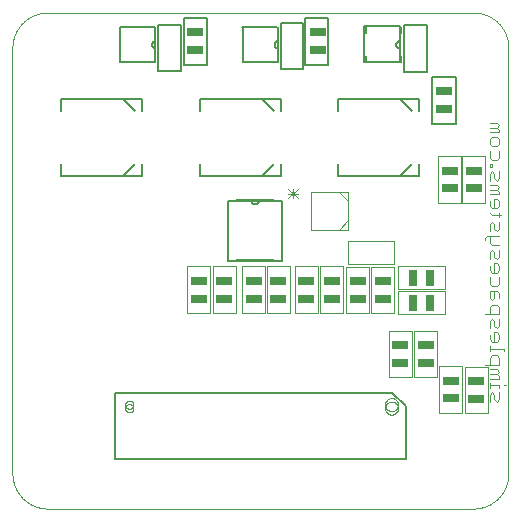
<source format=gbo>
G75*
%MOIN*%
%OFA0B0*%
%FSLAX25Y25*%
%IPPOS*%
%LPD*%
%AMOC8*
5,1,8,0,0,1.08239X$1,22.5*
%
%ADD10C,0.00000*%
%ADD11C,0.00591*%
%ADD12C,0.00600*%
%ADD13C,0.00300*%
%ADD14C,0.00400*%
%ADD15R,0.05512X0.02559*%
%ADD16R,0.02559X0.05512*%
D10*
X0013311Y0018636D02*
X0155043Y0018636D01*
X0155328Y0018639D01*
X0155614Y0018650D01*
X0155899Y0018667D01*
X0156183Y0018691D01*
X0156467Y0018722D01*
X0156750Y0018760D01*
X0157031Y0018805D01*
X0157312Y0018856D01*
X0157592Y0018914D01*
X0157870Y0018979D01*
X0158146Y0019051D01*
X0158420Y0019129D01*
X0158693Y0019214D01*
X0158963Y0019306D01*
X0159231Y0019404D01*
X0159497Y0019508D01*
X0159760Y0019619D01*
X0160020Y0019736D01*
X0160278Y0019859D01*
X0160532Y0019989D01*
X0160783Y0020125D01*
X0161031Y0020266D01*
X0161275Y0020414D01*
X0161516Y0020567D01*
X0161752Y0020727D01*
X0161985Y0020892D01*
X0162214Y0021062D01*
X0162439Y0021238D01*
X0162659Y0021420D01*
X0162875Y0021606D01*
X0163086Y0021798D01*
X0163293Y0021995D01*
X0163495Y0022197D01*
X0163692Y0022404D01*
X0163884Y0022615D01*
X0164070Y0022831D01*
X0164252Y0023051D01*
X0164428Y0023276D01*
X0164598Y0023505D01*
X0164763Y0023738D01*
X0164923Y0023974D01*
X0165076Y0024215D01*
X0165224Y0024459D01*
X0165365Y0024707D01*
X0165501Y0024958D01*
X0165631Y0025212D01*
X0165754Y0025470D01*
X0165871Y0025730D01*
X0165982Y0025993D01*
X0166086Y0026259D01*
X0166184Y0026527D01*
X0166276Y0026797D01*
X0166361Y0027070D01*
X0166439Y0027344D01*
X0166511Y0027620D01*
X0166576Y0027898D01*
X0166634Y0028178D01*
X0166685Y0028459D01*
X0166730Y0028740D01*
X0166768Y0029023D01*
X0166799Y0029307D01*
X0166823Y0029591D01*
X0166840Y0029876D01*
X0166851Y0030162D01*
X0166854Y0030447D01*
X0166854Y0172179D01*
X0166851Y0172464D01*
X0166840Y0172750D01*
X0166823Y0173035D01*
X0166799Y0173319D01*
X0166768Y0173603D01*
X0166730Y0173886D01*
X0166685Y0174167D01*
X0166634Y0174448D01*
X0166576Y0174728D01*
X0166511Y0175006D01*
X0166439Y0175282D01*
X0166361Y0175556D01*
X0166276Y0175829D01*
X0166184Y0176099D01*
X0166086Y0176367D01*
X0165982Y0176633D01*
X0165871Y0176896D01*
X0165754Y0177156D01*
X0165631Y0177414D01*
X0165501Y0177668D01*
X0165365Y0177919D01*
X0165224Y0178167D01*
X0165076Y0178411D01*
X0164923Y0178652D01*
X0164763Y0178888D01*
X0164598Y0179121D01*
X0164428Y0179350D01*
X0164252Y0179575D01*
X0164070Y0179795D01*
X0163884Y0180011D01*
X0163692Y0180222D01*
X0163495Y0180429D01*
X0163293Y0180631D01*
X0163086Y0180828D01*
X0162875Y0181020D01*
X0162659Y0181206D01*
X0162439Y0181388D01*
X0162214Y0181564D01*
X0161985Y0181734D01*
X0161752Y0181899D01*
X0161516Y0182059D01*
X0161275Y0182212D01*
X0161031Y0182360D01*
X0160783Y0182501D01*
X0160532Y0182637D01*
X0160278Y0182767D01*
X0160020Y0182890D01*
X0159760Y0183007D01*
X0159497Y0183118D01*
X0159231Y0183222D01*
X0158963Y0183320D01*
X0158693Y0183412D01*
X0158420Y0183497D01*
X0158146Y0183575D01*
X0157870Y0183647D01*
X0157592Y0183712D01*
X0157312Y0183770D01*
X0157031Y0183821D01*
X0156750Y0183866D01*
X0156467Y0183904D01*
X0156183Y0183935D01*
X0155899Y0183959D01*
X0155614Y0183976D01*
X0155328Y0183987D01*
X0155043Y0183990D01*
X0013311Y0183990D01*
X0013026Y0183987D01*
X0012740Y0183976D01*
X0012455Y0183959D01*
X0012171Y0183935D01*
X0011887Y0183904D01*
X0011604Y0183866D01*
X0011323Y0183821D01*
X0011042Y0183770D01*
X0010762Y0183712D01*
X0010484Y0183647D01*
X0010208Y0183575D01*
X0009934Y0183497D01*
X0009661Y0183412D01*
X0009391Y0183320D01*
X0009123Y0183222D01*
X0008857Y0183118D01*
X0008594Y0183007D01*
X0008334Y0182890D01*
X0008076Y0182767D01*
X0007822Y0182637D01*
X0007571Y0182501D01*
X0007323Y0182360D01*
X0007079Y0182212D01*
X0006838Y0182059D01*
X0006602Y0181899D01*
X0006369Y0181734D01*
X0006140Y0181564D01*
X0005915Y0181388D01*
X0005695Y0181206D01*
X0005479Y0181020D01*
X0005268Y0180828D01*
X0005061Y0180631D01*
X0004859Y0180429D01*
X0004662Y0180222D01*
X0004470Y0180011D01*
X0004284Y0179795D01*
X0004102Y0179575D01*
X0003926Y0179350D01*
X0003756Y0179121D01*
X0003591Y0178888D01*
X0003431Y0178652D01*
X0003278Y0178411D01*
X0003130Y0178167D01*
X0002989Y0177919D01*
X0002853Y0177668D01*
X0002723Y0177414D01*
X0002600Y0177156D01*
X0002483Y0176896D01*
X0002372Y0176633D01*
X0002268Y0176367D01*
X0002170Y0176099D01*
X0002078Y0175829D01*
X0001993Y0175556D01*
X0001915Y0175282D01*
X0001843Y0175006D01*
X0001778Y0174728D01*
X0001720Y0174448D01*
X0001669Y0174167D01*
X0001624Y0173886D01*
X0001586Y0173603D01*
X0001555Y0173319D01*
X0001531Y0173035D01*
X0001514Y0172750D01*
X0001503Y0172464D01*
X0001500Y0172179D01*
X0001500Y0030447D01*
X0001503Y0030162D01*
X0001514Y0029876D01*
X0001531Y0029591D01*
X0001555Y0029307D01*
X0001586Y0029023D01*
X0001624Y0028740D01*
X0001669Y0028459D01*
X0001720Y0028178D01*
X0001778Y0027898D01*
X0001843Y0027620D01*
X0001915Y0027344D01*
X0001993Y0027070D01*
X0002078Y0026797D01*
X0002170Y0026527D01*
X0002268Y0026259D01*
X0002372Y0025993D01*
X0002483Y0025730D01*
X0002600Y0025470D01*
X0002723Y0025212D01*
X0002853Y0024958D01*
X0002989Y0024707D01*
X0003130Y0024459D01*
X0003278Y0024215D01*
X0003431Y0023974D01*
X0003591Y0023738D01*
X0003756Y0023505D01*
X0003926Y0023276D01*
X0004102Y0023051D01*
X0004284Y0022831D01*
X0004470Y0022615D01*
X0004662Y0022404D01*
X0004859Y0022197D01*
X0005061Y0021995D01*
X0005268Y0021798D01*
X0005479Y0021606D01*
X0005695Y0021420D01*
X0005915Y0021238D01*
X0006140Y0021062D01*
X0006369Y0020892D01*
X0006602Y0020727D01*
X0006838Y0020567D01*
X0007079Y0020414D01*
X0007323Y0020266D01*
X0007571Y0020125D01*
X0007822Y0019989D01*
X0008076Y0019859D01*
X0008334Y0019736D01*
X0008594Y0019619D01*
X0008857Y0019508D01*
X0009123Y0019404D01*
X0009391Y0019306D01*
X0009661Y0019214D01*
X0009934Y0019129D01*
X0010208Y0019051D01*
X0010484Y0018979D01*
X0010762Y0018914D01*
X0011042Y0018856D01*
X0011323Y0018805D01*
X0011604Y0018760D01*
X0011887Y0018722D01*
X0012171Y0018691D01*
X0012455Y0018667D01*
X0012740Y0018650D01*
X0013026Y0018639D01*
X0013311Y0018636D01*
X0039098Y0052100D02*
X0039100Y0052174D01*
X0039106Y0052248D01*
X0039116Y0052321D01*
X0039130Y0052394D01*
X0039147Y0052466D01*
X0039169Y0052536D01*
X0039194Y0052606D01*
X0039223Y0052674D01*
X0039256Y0052740D01*
X0039292Y0052805D01*
X0039332Y0052867D01*
X0039374Y0052928D01*
X0039420Y0052986D01*
X0039469Y0053041D01*
X0039521Y0053094D01*
X0039576Y0053144D01*
X0039633Y0053190D01*
X0039693Y0053234D01*
X0039755Y0053274D01*
X0039819Y0053311D01*
X0039885Y0053345D01*
X0039953Y0053375D01*
X0040022Y0053401D01*
X0040093Y0053424D01*
X0040164Y0053442D01*
X0040237Y0053457D01*
X0040310Y0053468D01*
X0040384Y0053475D01*
X0040458Y0053478D01*
X0040531Y0053477D01*
X0040605Y0053472D01*
X0040679Y0053463D01*
X0040752Y0053450D01*
X0040824Y0053433D01*
X0040895Y0053413D01*
X0040965Y0053388D01*
X0041033Y0053360D01*
X0041100Y0053329D01*
X0041165Y0053293D01*
X0041228Y0053255D01*
X0041289Y0053213D01*
X0041348Y0053167D01*
X0041404Y0053119D01*
X0041457Y0053068D01*
X0041507Y0053014D01*
X0041555Y0052957D01*
X0041599Y0052898D01*
X0041641Y0052836D01*
X0041679Y0052773D01*
X0041713Y0052707D01*
X0041744Y0052640D01*
X0041771Y0052571D01*
X0041794Y0052501D01*
X0041814Y0052430D01*
X0041830Y0052357D01*
X0041842Y0052284D01*
X0041850Y0052211D01*
X0041854Y0052137D01*
X0041854Y0052063D01*
X0041850Y0051989D01*
X0041842Y0051916D01*
X0041830Y0051843D01*
X0041814Y0051770D01*
X0041794Y0051699D01*
X0041771Y0051629D01*
X0041744Y0051560D01*
X0041713Y0051493D01*
X0041679Y0051427D01*
X0041641Y0051364D01*
X0041599Y0051302D01*
X0041555Y0051243D01*
X0041507Y0051186D01*
X0041457Y0051132D01*
X0041404Y0051081D01*
X0041348Y0051033D01*
X0041289Y0050987D01*
X0041228Y0050945D01*
X0041165Y0050907D01*
X0041100Y0050871D01*
X0041033Y0050840D01*
X0040965Y0050812D01*
X0040895Y0050787D01*
X0040824Y0050767D01*
X0040752Y0050750D01*
X0040679Y0050737D01*
X0040605Y0050728D01*
X0040531Y0050723D01*
X0040458Y0050722D01*
X0040384Y0050725D01*
X0040310Y0050732D01*
X0040237Y0050743D01*
X0040164Y0050758D01*
X0040093Y0050776D01*
X0040022Y0050799D01*
X0039953Y0050825D01*
X0039885Y0050855D01*
X0039819Y0050889D01*
X0039755Y0050926D01*
X0039693Y0050966D01*
X0039633Y0051010D01*
X0039576Y0051056D01*
X0039521Y0051106D01*
X0039469Y0051159D01*
X0039420Y0051214D01*
X0039374Y0051272D01*
X0039332Y0051333D01*
X0039292Y0051395D01*
X0039256Y0051460D01*
X0039223Y0051526D01*
X0039194Y0051594D01*
X0039169Y0051664D01*
X0039147Y0051734D01*
X0039130Y0051806D01*
X0039116Y0051879D01*
X0039106Y0051952D01*
X0039100Y0052026D01*
X0039098Y0052100D01*
X0039098Y0053281D02*
X0039100Y0053355D01*
X0039106Y0053429D01*
X0039116Y0053502D01*
X0039130Y0053575D01*
X0039147Y0053647D01*
X0039169Y0053717D01*
X0039194Y0053787D01*
X0039223Y0053855D01*
X0039256Y0053921D01*
X0039292Y0053986D01*
X0039332Y0054048D01*
X0039374Y0054109D01*
X0039420Y0054167D01*
X0039469Y0054222D01*
X0039521Y0054275D01*
X0039576Y0054325D01*
X0039633Y0054371D01*
X0039693Y0054415D01*
X0039755Y0054455D01*
X0039819Y0054492D01*
X0039885Y0054526D01*
X0039953Y0054556D01*
X0040022Y0054582D01*
X0040093Y0054605D01*
X0040164Y0054623D01*
X0040237Y0054638D01*
X0040310Y0054649D01*
X0040384Y0054656D01*
X0040458Y0054659D01*
X0040531Y0054658D01*
X0040605Y0054653D01*
X0040679Y0054644D01*
X0040752Y0054631D01*
X0040824Y0054614D01*
X0040895Y0054594D01*
X0040965Y0054569D01*
X0041033Y0054541D01*
X0041100Y0054510D01*
X0041165Y0054474D01*
X0041228Y0054436D01*
X0041289Y0054394D01*
X0041348Y0054348D01*
X0041404Y0054300D01*
X0041457Y0054249D01*
X0041507Y0054195D01*
X0041555Y0054138D01*
X0041599Y0054079D01*
X0041641Y0054017D01*
X0041679Y0053954D01*
X0041713Y0053888D01*
X0041744Y0053821D01*
X0041771Y0053752D01*
X0041794Y0053682D01*
X0041814Y0053611D01*
X0041830Y0053538D01*
X0041842Y0053465D01*
X0041850Y0053392D01*
X0041854Y0053318D01*
X0041854Y0053244D01*
X0041850Y0053170D01*
X0041842Y0053097D01*
X0041830Y0053024D01*
X0041814Y0052951D01*
X0041794Y0052880D01*
X0041771Y0052810D01*
X0041744Y0052741D01*
X0041713Y0052674D01*
X0041679Y0052608D01*
X0041641Y0052545D01*
X0041599Y0052483D01*
X0041555Y0052424D01*
X0041507Y0052367D01*
X0041457Y0052313D01*
X0041404Y0052262D01*
X0041348Y0052214D01*
X0041289Y0052168D01*
X0041228Y0052126D01*
X0041165Y0052088D01*
X0041100Y0052052D01*
X0041033Y0052021D01*
X0040965Y0051993D01*
X0040895Y0051968D01*
X0040824Y0051948D01*
X0040752Y0051931D01*
X0040679Y0051918D01*
X0040605Y0051909D01*
X0040531Y0051904D01*
X0040458Y0051903D01*
X0040384Y0051906D01*
X0040310Y0051913D01*
X0040237Y0051924D01*
X0040164Y0051939D01*
X0040093Y0051957D01*
X0040022Y0051980D01*
X0039953Y0052006D01*
X0039885Y0052036D01*
X0039819Y0052070D01*
X0039755Y0052107D01*
X0039693Y0052147D01*
X0039633Y0052191D01*
X0039576Y0052237D01*
X0039521Y0052287D01*
X0039469Y0052340D01*
X0039420Y0052395D01*
X0039374Y0052453D01*
X0039332Y0052514D01*
X0039292Y0052576D01*
X0039256Y0052641D01*
X0039223Y0052707D01*
X0039194Y0052775D01*
X0039169Y0052845D01*
X0039147Y0052915D01*
X0039130Y0052987D01*
X0039116Y0053060D01*
X0039106Y0053133D01*
X0039100Y0053207D01*
X0039098Y0053281D01*
X0125713Y0053281D02*
X0125715Y0053374D01*
X0125721Y0053466D01*
X0125731Y0053558D01*
X0125745Y0053649D01*
X0125762Y0053740D01*
X0125784Y0053830D01*
X0125809Y0053919D01*
X0125838Y0054007D01*
X0125871Y0054093D01*
X0125908Y0054178D01*
X0125948Y0054262D01*
X0125992Y0054343D01*
X0126039Y0054423D01*
X0126089Y0054501D01*
X0126143Y0054576D01*
X0126200Y0054649D01*
X0126260Y0054719D01*
X0126323Y0054787D01*
X0126389Y0054852D01*
X0126457Y0054914D01*
X0126528Y0054974D01*
X0126602Y0055030D01*
X0126678Y0055083D01*
X0126756Y0055132D01*
X0126836Y0055179D01*
X0126918Y0055221D01*
X0127002Y0055261D01*
X0127087Y0055296D01*
X0127174Y0055328D01*
X0127262Y0055357D01*
X0127351Y0055381D01*
X0127441Y0055402D01*
X0127532Y0055418D01*
X0127624Y0055431D01*
X0127716Y0055440D01*
X0127809Y0055445D01*
X0127901Y0055446D01*
X0127994Y0055443D01*
X0128086Y0055436D01*
X0128178Y0055425D01*
X0128269Y0055410D01*
X0128360Y0055392D01*
X0128450Y0055369D01*
X0128538Y0055343D01*
X0128626Y0055313D01*
X0128712Y0055279D01*
X0128796Y0055242D01*
X0128879Y0055200D01*
X0128960Y0055156D01*
X0129040Y0055108D01*
X0129117Y0055057D01*
X0129191Y0055002D01*
X0129264Y0054944D01*
X0129334Y0054884D01*
X0129401Y0054820D01*
X0129465Y0054754D01*
X0129527Y0054684D01*
X0129585Y0054613D01*
X0129640Y0054539D01*
X0129692Y0054462D01*
X0129741Y0054383D01*
X0129787Y0054303D01*
X0129829Y0054220D01*
X0129867Y0054136D01*
X0129902Y0054050D01*
X0129933Y0053963D01*
X0129960Y0053875D01*
X0129983Y0053785D01*
X0130003Y0053695D01*
X0130019Y0053604D01*
X0130031Y0053512D01*
X0130039Y0053420D01*
X0130043Y0053327D01*
X0130043Y0053235D01*
X0130039Y0053142D01*
X0130031Y0053050D01*
X0130019Y0052958D01*
X0130003Y0052867D01*
X0129983Y0052777D01*
X0129960Y0052687D01*
X0129933Y0052599D01*
X0129902Y0052512D01*
X0129867Y0052426D01*
X0129829Y0052342D01*
X0129787Y0052259D01*
X0129741Y0052179D01*
X0129692Y0052100D01*
X0129640Y0052023D01*
X0129585Y0051949D01*
X0129527Y0051878D01*
X0129465Y0051808D01*
X0129401Y0051742D01*
X0129334Y0051678D01*
X0129264Y0051618D01*
X0129191Y0051560D01*
X0129117Y0051505D01*
X0129040Y0051454D01*
X0128961Y0051406D01*
X0128879Y0051362D01*
X0128796Y0051320D01*
X0128712Y0051283D01*
X0128626Y0051249D01*
X0128538Y0051219D01*
X0128450Y0051193D01*
X0128360Y0051170D01*
X0128269Y0051152D01*
X0128178Y0051137D01*
X0128086Y0051126D01*
X0127994Y0051119D01*
X0127901Y0051116D01*
X0127809Y0051117D01*
X0127716Y0051122D01*
X0127624Y0051131D01*
X0127532Y0051144D01*
X0127441Y0051160D01*
X0127351Y0051181D01*
X0127262Y0051205D01*
X0127174Y0051234D01*
X0127087Y0051266D01*
X0127002Y0051301D01*
X0126918Y0051341D01*
X0126836Y0051383D01*
X0126756Y0051430D01*
X0126678Y0051479D01*
X0126602Y0051532D01*
X0126528Y0051588D01*
X0126457Y0051648D01*
X0126389Y0051710D01*
X0126323Y0051775D01*
X0126260Y0051843D01*
X0126200Y0051913D01*
X0126143Y0051986D01*
X0126089Y0052061D01*
X0126039Y0052139D01*
X0125992Y0052219D01*
X0125948Y0052300D01*
X0125908Y0052384D01*
X0125871Y0052469D01*
X0125838Y0052555D01*
X0125809Y0052643D01*
X0125784Y0052732D01*
X0125762Y0052822D01*
X0125745Y0052913D01*
X0125731Y0053004D01*
X0125721Y0053096D01*
X0125715Y0053188D01*
X0125713Y0053281D01*
X0125713Y0052100D02*
X0125715Y0052193D01*
X0125721Y0052285D01*
X0125731Y0052377D01*
X0125745Y0052468D01*
X0125762Y0052559D01*
X0125784Y0052649D01*
X0125809Y0052738D01*
X0125838Y0052826D01*
X0125871Y0052912D01*
X0125908Y0052997D01*
X0125948Y0053081D01*
X0125992Y0053162D01*
X0126039Y0053242D01*
X0126089Y0053320D01*
X0126143Y0053395D01*
X0126200Y0053468D01*
X0126260Y0053538D01*
X0126323Y0053606D01*
X0126389Y0053671D01*
X0126457Y0053733D01*
X0126528Y0053793D01*
X0126602Y0053849D01*
X0126678Y0053902D01*
X0126756Y0053951D01*
X0126836Y0053998D01*
X0126918Y0054040D01*
X0127002Y0054080D01*
X0127087Y0054115D01*
X0127174Y0054147D01*
X0127262Y0054176D01*
X0127351Y0054200D01*
X0127441Y0054221D01*
X0127532Y0054237D01*
X0127624Y0054250D01*
X0127716Y0054259D01*
X0127809Y0054264D01*
X0127901Y0054265D01*
X0127994Y0054262D01*
X0128086Y0054255D01*
X0128178Y0054244D01*
X0128269Y0054229D01*
X0128360Y0054211D01*
X0128450Y0054188D01*
X0128538Y0054162D01*
X0128626Y0054132D01*
X0128712Y0054098D01*
X0128796Y0054061D01*
X0128879Y0054019D01*
X0128960Y0053975D01*
X0129040Y0053927D01*
X0129117Y0053876D01*
X0129191Y0053821D01*
X0129264Y0053763D01*
X0129334Y0053703D01*
X0129401Y0053639D01*
X0129465Y0053573D01*
X0129527Y0053503D01*
X0129585Y0053432D01*
X0129640Y0053358D01*
X0129692Y0053281D01*
X0129741Y0053202D01*
X0129787Y0053122D01*
X0129829Y0053039D01*
X0129867Y0052955D01*
X0129902Y0052869D01*
X0129933Y0052782D01*
X0129960Y0052694D01*
X0129983Y0052604D01*
X0130003Y0052514D01*
X0130019Y0052423D01*
X0130031Y0052331D01*
X0130039Y0052239D01*
X0130043Y0052146D01*
X0130043Y0052054D01*
X0130039Y0051961D01*
X0130031Y0051869D01*
X0130019Y0051777D01*
X0130003Y0051686D01*
X0129983Y0051596D01*
X0129960Y0051506D01*
X0129933Y0051418D01*
X0129902Y0051331D01*
X0129867Y0051245D01*
X0129829Y0051161D01*
X0129787Y0051078D01*
X0129741Y0050998D01*
X0129692Y0050919D01*
X0129640Y0050842D01*
X0129585Y0050768D01*
X0129527Y0050697D01*
X0129465Y0050627D01*
X0129401Y0050561D01*
X0129334Y0050497D01*
X0129264Y0050437D01*
X0129191Y0050379D01*
X0129117Y0050324D01*
X0129040Y0050273D01*
X0128961Y0050225D01*
X0128879Y0050181D01*
X0128796Y0050139D01*
X0128712Y0050102D01*
X0128626Y0050068D01*
X0128538Y0050038D01*
X0128450Y0050012D01*
X0128360Y0049989D01*
X0128269Y0049971D01*
X0128178Y0049956D01*
X0128086Y0049945D01*
X0127994Y0049938D01*
X0127901Y0049935D01*
X0127809Y0049936D01*
X0127716Y0049941D01*
X0127624Y0049950D01*
X0127532Y0049963D01*
X0127441Y0049979D01*
X0127351Y0050000D01*
X0127262Y0050024D01*
X0127174Y0050053D01*
X0127087Y0050085D01*
X0127002Y0050120D01*
X0126918Y0050160D01*
X0126836Y0050202D01*
X0126756Y0050249D01*
X0126678Y0050298D01*
X0126602Y0050351D01*
X0126528Y0050407D01*
X0126457Y0050467D01*
X0126389Y0050529D01*
X0126323Y0050594D01*
X0126260Y0050662D01*
X0126200Y0050732D01*
X0126143Y0050805D01*
X0126089Y0050880D01*
X0126039Y0050958D01*
X0125992Y0051038D01*
X0125948Y0051119D01*
X0125908Y0051203D01*
X0125871Y0051288D01*
X0125838Y0051374D01*
X0125809Y0051462D01*
X0125784Y0051551D01*
X0125762Y0051641D01*
X0125745Y0051732D01*
X0125731Y0051823D01*
X0125721Y0051915D01*
X0125715Y0052007D01*
X0125713Y0052100D01*
D11*
X0128272Y0057219D02*
X0035752Y0057219D01*
X0035752Y0035171D01*
X0141461Y0146982D02*
X0141461Y0162533D01*
X0149236Y0162533D01*
X0149236Y0146982D01*
X0141461Y0146982D01*
X0139689Y0164207D02*
X0132012Y0164207D01*
X0132012Y0179758D01*
X0139689Y0179758D01*
X0139689Y0164207D01*
X0130634Y0167455D02*
X0130634Y0174541D01*
X0130634Y0179364D01*
X0118823Y0179364D01*
X0118823Y0167455D01*
X0130634Y0167455D01*
X0130535Y0172179D02*
X0130472Y0172181D01*
X0130409Y0172186D01*
X0130347Y0172195D01*
X0130285Y0172208D01*
X0130224Y0172224D01*
X0130165Y0172244D01*
X0130106Y0172268D01*
X0130049Y0172294D01*
X0129994Y0172324D01*
X0129940Y0172357D01*
X0129888Y0172393D01*
X0129839Y0172432D01*
X0129792Y0172474D01*
X0129747Y0172519D01*
X0129705Y0172566D01*
X0129666Y0172615D01*
X0129630Y0172667D01*
X0129597Y0172721D01*
X0129567Y0172776D01*
X0129541Y0172833D01*
X0129517Y0172892D01*
X0129497Y0172951D01*
X0129481Y0173012D01*
X0129468Y0173074D01*
X0129459Y0173136D01*
X0129454Y0173199D01*
X0129452Y0173262D01*
X0129453Y0173262D02*
X0129453Y0173360D01*
X0129455Y0173426D01*
X0129460Y0173492D01*
X0129470Y0173558D01*
X0129483Y0173623D01*
X0129499Y0173687D01*
X0129519Y0173750D01*
X0129543Y0173812D01*
X0129570Y0173872D01*
X0129600Y0173931D01*
X0129634Y0173988D01*
X0129671Y0174043D01*
X0129711Y0174096D01*
X0129753Y0174147D01*
X0129799Y0174195D01*
X0129847Y0174241D01*
X0129898Y0174283D01*
X0129951Y0174323D01*
X0130006Y0174360D01*
X0130063Y0174394D01*
X0130122Y0174424D01*
X0130182Y0174451D01*
X0130244Y0174475D01*
X0130307Y0174495D01*
X0130371Y0174511D01*
X0130436Y0174524D01*
X0130502Y0174534D01*
X0130568Y0174539D01*
X0130634Y0174541D01*
X0106618Y0182022D02*
X0106618Y0166470D01*
X0099039Y0166470D01*
X0099039Y0182022D01*
X0106618Y0182022D01*
X0098449Y0180644D02*
X0098449Y0165093D01*
X0090870Y0165093D01*
X0090870Y0180644D01*
X0098449Y0180644D01*
X0089689Y0179266D02*
X0077878Y0179266D01*
X0078272Y0177199D02*
X0078272Y0167455D01*
X0090083Y0167455D01*
X0090083Y0171982D01*
X0090083Y0177002D01*
X0089984Y0174639D02*
X0089916Y0174629D01*
X0089848Y0174615D01*
X0089780Y0174597D01*
X0089714Y0174575D01*
X0089650Y0174550D01*
X0089586Y0174521D01*
X0089525Y0174489D01*
X0089465Y0174453D01*
X0089408Y0174414D01*
X0089353Y0174372D01*
X0089300Y0174327D01*
X0089250Y0174279D01*
X0089202Y0174228D01*
X0089158Y0174174D01*
X0089116Y0174119D01*
X0089078Y0174061D01*
X0089043Y0174000D01*
X0089012Y0173938D01*
X0088984Y0173875D01*
X0088960Y0173810D01*
X0088939Y0173743D01*
X0088922Y0173676D01*
X0088909Y0173608D01*
X0088900Y0173539D01*
X0088894Y0173470D01*
X0088893Y0173400D01*
X0088895Y0173331D01*
X0088902Y0173261D01*
X0088902Y0173262D02*
X0088901Y0173193D01*
X0088904Y0173124D01*
X0088911Y0173055D01*
X0088922Y0172987D01*
X0088936Y0172920D01*
X0088955Y0172853D01*
X0088977Y0172788D01*
X0089002Y0172724D01*
X0089032Y0172661D01*
X0089064Y0172600D01*
X0089100Y0172541D01*
X0089140Y0172485D01*
X0089182Y0172430D01*
X0089227Y0172378D01*
X0089276Y0172329D01*
X0089327Y0172282D01*
X0089380Y0172238D01*
X0089436Y0172198D01*
X0089494Y0172160D01*
X0089554Y0172126D01*
X0089616Y0172095D01*
X0089679Y0172068D01*
X0089744Y0172045D01*
X0089810Y0172025D01*
X0089877Y0172009D01*
X0089945Y0171996D01*
X0090014Y0171988D01*
X0090083Y0171983D01*
X0066264Y0166569D02*
X0066264Y0182120D01*
X0058587Y0182120D01*
X0058587Y0166569D01*
X0066264Y0166569D01*
X0057799Y0164502D02*
X0050122Y0164502D01*
X0050122Y0179955D01*
X0057799Y0179955D01*
X0057799Y0164502D01*
X0048941Y0167455D02*
X0037327Y0167455D01*
X0037327Y0169325D02*
X0037327Y0179266D01*
X0048941Y0179266D01*
X0049138Y0177002D02*
X0049138Y0174541D01*
X0049138Y0172278D01*
X0049138Y0169719D01*
X0049138Y0172277D02*
X0049075Y0172279D01*
X0049012Y0172284D01*
X0048950Y0172293D01*
X0048888Y0172306D01*
X0048827Y0172322D01*
X0048768Y0172342D01*
X0048709Y0172366D01*
X0048652Y0172392D01*
X0048597Y0172422D01*
X0048543Y0172455D01*
X0048491Y0172491D01*
X0048442Y0172530D01*
X0048395Y0172572D01*
X0048350Y0172617D01*
X0048308Y0172664D01*
X0048269Y0172713D01*
X0048233Y0172765D01*
X0048200Y0172819D01*
X0048170Y0172874D01*
X0048144Y0172931D01*
X0048120Y0172990D01*
X0048100Y0173049D01*
X0048084Y0173110D01*
X0048071Y0173172D01*
X0048062Y0173234D01*
X0048057Y0173297D01*
X0048055Y0173360D01*
X0048054Y0173426D01*
X0048057Y0173492D01*
X0048064Y0173557D01*
X0048074Y0173622D01*
X0048089Y0173686D01*
X0048107Y0173750D01*
X0048128Y0173812D01*
X0048153Y0173873D01*
X0048182Y0173932D01*
X0048214Y0173990D01*
X0048250Y0174045D01*
X0048288Y0174099D01*
X0048330Y0174150D01*
X0048374Y0174199D01*
X0048422Y0174244D01*
X0048472Y0174288D01*
X0048524Y0174328D01*
X0048578Y0174365D01*
X0048635Y0174398D01*
X0048693Y0174429D01*
X0048754Y0174456D01*
X0048815Y0174479D01*
X0048878Y0174499D01*
X0048942Y0174515D01*
X0049007Y0174528D01*
X0049072Y0174536D01*
X0049138Y0174541D01*
D12*
X0049132Y0177060D02*
X0049132Y0179260D01*
X0049132Y0169660D02*
X0049132Y0167460D01*
X0037332Y0167460D02*
X0037332Y0169660D01*
X0037332Y0177060D02*
X0037332Y0179260D01*
X0038424Y0155255D02*
X0042424Y0151255D01*
X0044824Y0151255D02*
X0044824Y0155255D01*
X0017624Y0155255D01*
X0017624Y0151255D01*
X0017624Y0133655D02*
X0017624Y0129655D01*
X0044824Y0129655D01*
X0044824Y0133655D01*
X0042424Y0133655D02*
X0038424Y0129655D01*
X0063884Y0129655D02*
X0063884Y0133655D01*
X0063884Y0129655D02*
X0091084Y0129655D01*
X0091084Y0133655D01*
X0088684Y0133655D02*
X0084684Y0129655D01*
X0083606Y0121352D02*
X0081206Y0121352D01*
X0076006Y0121352D01*
X0073449Y0121293D02*
X0073449Y0101313D01*
X0091264Y0101313D01*
X0091264Y0121293D01*
X0083587Y0121293D01*
X0073449Y0121293D01*
X0081224Y0121195D02*
X0081226Y0121132D01*
X0081231Y0121069D01*
X0081240Y0121007D01*
X0081253Y0120945D01*
X0081269Y0120884D01*
X0081289Y0120825D01*
X0081313Y0120766D01*
X0081339Y0120709D01*
X0081369Y0120654D01*
X0081402Y0120600D01*
X0081438Y0120548D01*
X0081477Y0120499D01*
X0081519Y0120452D01*
X0081564Y0120407D01*
X0081611Y0120365D01*
X0081660Y0120326D01*
X0081712Y0120290D01*
X0081766Y0120257D01*
X0081821Y0120227D01*
X0081878Y0120201D01*
X0081937Y0120177D01*
X0081996Y0120157D01*
X0082057Y0120141D01*
X0082119Y0120128D01*
X0082181Y0120119D01*
X0082244Y0120114D01*
X0082307Y0120112D01*
X0082406Y0120112D01*
X0082472Y0120114D01*
X0082538Y0120119D01*
X0082604Y0120129D01*
X0082669Y0120142D01*
X0082733Y0120158D01*
X0082796Y0120178D01*
X0082858Y0120202D01*
X0082918Y0120229D01*
X0082977Y0120259D01*
X0083034Y0120293D01*
X0083089Y0120330D01*
X0083142Y0120370D01*
X0083193Y0120412D01*
X0083241Y0120458D01*
X0083287Y0120506D01*
X0083329Y0120557D01*
X0083369Y0120610D01*
X0083406Y0120665D01*
X0083440Y0120722D01*
X0083470Y0120781D01*
X0083497Y0120841D01*
X0083521Y0120903D01*
X0083541Y0120966D01*
X0083557Y0121030D01*
X0083570Y0121095D01*
X0083580Y0121161D01*
X0083585Y0121227D01*
X0083587Y0121293D01*
X0083606Y0121352D02*
X0088806Y0121352D01*
X0083606Y0121352D02*
X0083604Y0121283D01*
X0083598Y0121215D01*
X0083588Y0121147D01*
X0083575Y0121080D01*
X0083557Y0121014D01*
X0083536Y0120949D01*
X0083511Y0120885D01*
X0083483Y0120823D01*
X0083451Y0120762D01*
X0083416Y0120703D01*
X0083377Y0120647D01*
X0083335Y0120592D01*
X0083290Y0120541D01*
X0083242Y0120491D01*
X0083192Y0120445D01*
X0083139Y0120402D01*
X0083083Y0120361D01*
X0083026Y0120324D01*
X0082966Y0120291D01*
X0082904Y0120260D01*
X0082841Y0120234D01*
X0082777Y0120211D01*
X0082711Y0120191D01*
X0082644Y0120176D01*
X0082577Y0120164D01*
X0082509Y0120156D01*
X0082440Y0120152D01*
X0082372Y0120152D01*
X0082303Y0120156D01*
X0082235Y0120164D01*
X0082168Y0120176D01*
X0082101Y0120191D01*
X0082035Y0120211D01*
X0081971Y0120234D01*
X0081908Y0120260D01*
X0081846Y0120291D01*
X0081786Y0120324D01*
X0081729Y0120361D01*
X0081673Y0120402D01*
X0081620Y0120445D01*
X0081570Y0120491D01*
X0081522Y0120541D01*
X0081477Y0120592D01*
X0081435Y0120647D01*
X0081396Y0120703D01*
X0081361Y0120762D01*
X0081329Y0120823D01*
X0081301Y0120885D01*
X0081276Y0120949D01*
X0081255Y0121014D01*
X0081237Y0121080D01*
X0081224Y0121147D01*
X0081214Y0121215D01*
X0081208Y0121283D01*
X0081206Y0121352D01*
X0076006Y0101352D02*
X0088806Y0101352D01*
X0109947Y0129655D02*
X0109947Y0133655D01*
X0109947Y0129655D02*
X0137147Y0129655D01*
X0137147Y0133655D01*
X0134747Y0133655D02*
X0130747Y0129655D01*
X0134747Y0151255D02*
X0130747Y0155255D01*
X0137147Y0155255D02*
X0137147Y0151255D01*
X0137147Y0155255D02*
X0109947Y0155255D01*
X0109947Y0151255D01*
X0119222Y0167460D02*
X0119222Y0169660D01*
X0119222Y0177060D02*
X0119222Y0179260D01*
X0131022Y0179260D02*
X0131022Y0177060D01*
X0131022Y0169660D02*
X0131022Y0167460D01*
X0091084Y0155255D02*
X0091084Y0151255D01*
X0088684Y0151255D02*
X0084684Y0155255D01*
X0091084Y0155255D02*
X0063884Y0155255D01*
X0063884Y0151255D01*
X0078277Y0167460D02*
X0078277Y0169660D01*
X0078277Y0177060D02*
X0078277Y0179260D01*
X0090077Y0179260D02*
X0090077Y0177060D01*
X0090077Y0169660D02*
X0090077Y0167460D01*
X0128173Y0057317D02*
X0132701Y0052789D01*
X0132701Y0035171D01*
X0035752Y0035171D01*
D13*
X0059768Y0083793D02*
X0059768Y0099344D01*
X0067445Y0099344D01*
X0067445Y0083793D01*
X0059768Y0083793D01*
X0068331Y0083892D02*
X0068331Y0099443D01*
X0076008Y0099443D01*
X0076008Y0083892D01*
X0068331Y0083892D01*
X0078075Y0083793D02*
X0078075Y0099344D01*
X0085752Y0099344D01*
X0085752Y0083793D01*
X0078075Y0083793D01*
X0086343Y0083793D02*
X0086343Y0099344D01*
X0094020Y0099344D01*
X0094020Y0083793D01*
X0086343Y0083793D01*
X0095693Y0083793D02*
X0095693Y0099344D01*
X0103370Y0099344D01*
X0103370Y0083793D01*
X0095693Y0083793D01*
X0104157Y0083793D02*
X0104157Y0099344D01*
X0111835Y0099344D01*
X0111835Y0083793D01*
X0104157Y0083793D01*
X0112720Y0083695D02*
X0112720Y0099246D01*
X0120398Y0099246D01*
X0120398Y0083695D01*
X0112720Y0083695D01*
X0121087Y0083695D02*
X0121087Y0099246D01*
X0128764Y0099246D01*
X0128764Y0083695D01*
X0121087Y0083695D01*
X0126992Y0077986D02*
X0126992Y0062435D01*
X0134669Y0062435D01*
X0134669Y0077986D01*
X0126992Y0077986D01*
X0130043Y0083400D02*
X0145594Y0083400D01*
X0145594Y0091175D01*
X0130043Y0091175D01*
X0130043Y0083400D01*
X0135457Y0077986D02*
X0143134Y0077986D01*
X0143134Y0062435D01*
X0135457Y0062435D01*
X0135457Y0077986D01*
X0143823Y0066077D02*
X0151500Y0066077D01*
X0151500Y0050526D01*
X0143823Y0050526D01*
X0143823Y0066077D01*
X0152287Y0065978D02*
X0159965Y0065978D01*
X0159965Y0050427D01*
X0152287Y0050427D01*
X0152287Y0065978D01*
X0145693Y0091667D02*
X0130142Y0091667D01*
X0130142Y0099344D01*
X0145693Y0099344D01*
X0145693Y0091667D01*
X0128764Y0100033D02*
X0128764Y0107711D01*
X0113213Y0107711D01*
X0113213Y0100033D01*
X0128764Y0100033D01*
X0113508Y0111549D02*
X0100909Y0111549D01*
X0100909Y0124148D01*
X0110457Y0124148D01*
X0113508Y0121096D01*
X0113508Y0114797D01*
X0110260Y0111451D01*
X0113508Y0111549D02*
X0113508Y0114797D01*
X0113508Y0121096D02*
X0113508Y0124148D01*
X0110457Y0124148D01*
X0096556Y0123654D02*
X0093420Y0123654D01*
X0093420Y0122086D02*
X0096556Y0125222D01*
X0094988Y0125222D02*
X0094988Y0122086D01*
X0096556Y0122086D02*
X0093420Y0125222D01*
X0143331Y0120506D02*
X0143331Y0136057D01*
X0151106Y0136057D01*
X0151106Y0120506D01*
X0143331Y0120506D01*
X0151500Y0120506D02*
X0151500Y0136057D01*
X0159177Y0136057D01*
X0159177Y0120506D01*
X0151500Y0120506D01*
D14*
X0159850Y0109570D02*
X0159083Y0108802D01*
X0159083Y0108035D01*
X0160617Y0107268D02*
X0160617Y0109570D01*
X0159850Y0109570D02*
X0163687Y0109570D01*
X0162919Y0111104D02*
X0162152Y0111872D01*
X0162152Y0113406D01*
X0161385Y0114174D01*
X0160617Y0113406D01*
X0160617Y0111104D01*
X0162919Y0111104D02*
X0163687Y0111872D01*
X0163687Y0114174D01*
X0163687Y0115708D02*
X0163687Y0117243D01*
X0164454Y0116476D02*
X0161385Y0116476D01*
X0160617Y0117243D01*
X0161385Y0118778D02*
X0162919Y0118778D01*
X0163687Y0119545D01*
X0163687Y0121080D01*
X0162919Y0121847D01*
X0162152Y0121847D01*
X0162152Y0118778D01*
X0161385Y0118778D02*
X0160617Y0119545D01*
X0160617Y0121080D01*
X0160617Y0123382D02*
X0163687Y0123382D01*
X0163687Y0124149D01*
X0162919Y0124916D01*
X0163687Y0125683D01*
X0162919Y0126451D01*
X0160617Y0126451D01*
X0160617Y0127985D02*
X0160617Y0130287D01*
X0161385Y0131055D01*
X0162152Y0130287D01*
X0162152Y0128753D01*
X0162919Y0127985D01*
X0163687Y0128753D01*
X0163687Y0131055D01*
X0161385Y0132589D02*
X0161385Y0133357D01*
X0160617Y0133357D01*
X0160617Y0132589D01*
X0161385Y0132589D01*
X0161385Y0134891D02*
X0160617Y0135659D01*
X0160617Y0137961D01*
X0161385Y0139495D02*
X0160617Y0140263D01*
X0160617Y0141797D01*
X0161385Y0142565D01*
X0162919Y0142565D01*
X0163687Y0141797D01*
X0163687Y0140263D01*
X0162919Y0139495D01*
X0161385Y0139495D01*
X0163687Y0137961D02*
X0163687Y0135659D01*
X0162919Y0134891D01*
X0161385Y0134891D01*
X0160617Y0144099D02*
X0163687Y0144099D01*
X0163687Y0144866D01*
X0162919Y0145634D01*
X0163687Y0146401D01*
X0162919Y0147168D01*
X0160617Y0147168D01*
X0160617Y0145634D02*
X0162919Y0145634D01*
X0162919Y0124916D02*
X0160617Y0124916D01*
X0160617Y0107268D02*
X0161385Y0106500D01*
X0163687Y0106500D01*
X0163687Y0104966D02*
X0163687Y0102664D01*
X0162919Y0101897D01*
X0162152Y0102664D01*
X0162152Y0104198D01*
X0161385Y0104966D01*
X0160617Y0104198D01*
X0160617Y0101897D01*
X0162152Y0100362D02*
X0162152Y0097293D01*
X0162919Y0097293D02*
X0163687Y0098060D01*
X0163687Y0099595D01*
X0162919Y0100362D01*
X0162152Y0100362D01*
X0160617Y0099595D02*
X0160617Y0098060D01*
X0161385Y0097293D01*
X0162919Y0097293D01*
X0163687Y0095758D02*
X0163687Y0093456D01*
X0162919Y0092689D01*
X0161385Y0092689D01*
X0160617Y0093456D01*
X0160617Y0095758D01*
X0160617Y0091154D02*
X0160617Y0088852D01*
X0161385Y0088085D01*
X0162152Y0088852D01*
X0162152Y0091154D01*
X0162919Y0091154D02*
X0160617Y0091154D01*
X0162919Y0091154D02*
X0163687Y0090387D01*
X0163687Y0088852D01*
X0162919Y0086550D02*
X0161385Y0086550D01*
X0160617Y0085783D01*
X0160617Y0083481D01*
X0159083Y0083481D02*
X0163687Y0083481D01*
X0163687Y0085783D01*
X0162919Y0086550D01*
X0163687Y0081946D02*
X0163687Y0079644D01*
X0162919Y0078877D01*
X0162152Y0079644D01*
X0162152Y0081179D01*
X0161385Y0081946D01*
X0160617Y0081179D01*
X0160617Y0078877D01*
X0162152Y0077342D02*
X0162152Y0074273D01*
X0162919Y0074273D02*
X0163687Y0075040D01*
X0163687Y0076575D01*
X0162919Y0077342D01*
X0162152Y0077342D01*
X0160617Y0076575D02*
X0160617Y0075040D01*
X0161385Y0074273D01*
X0162919Y0074273D01*
X0160617Y0072738D02*
X0160617Y0071204D01*
X0160617Y0071971D02*
X0165221Y0071971D01*
X0165221Y0071204D01*
X0163687Y0068902D02*
X0162919Y0069669D01*
X0161385Y0069669D01*
X0160617Y0068902D01*
X0160617Y0066600D01*
X0159083Y0066600D02*
X0163687Y0066600D01*
X0163687Y0068902D01*
X0162919Y0065065D02*
X0160617Y0065065D01*
X0160617Y0063530D02*
X0162919Y0063530D01*
X0163687Y0064298D01*
X0162919Y0065065D01*
X0162919Y0063530D02*
X0163687Y0062763D01*
X0163687Y0061996D01*
X0160617Y0061996D01*
X0160617Y0060461D02*
X0160617Y0058927D01*
X0160617Y0059694D02*
X0163687Y0059694D01*
X0163687Y0058927D01*
X0163687Y0057392D02*
X0163687Y0055090D01*
X0162919Y0054323D01*
X0162152Y0055090D01*
X0162152Y0056625D01*
X0161385Y0057392D01*
X0160617Y0056625D01*
X0160617Y0054323D01*
X0165221Y0059694D02*
X0165989Y0059694D01*
D15*
X0156132Y0061082D03*
X0156132Y0055282D03*
X0147656Y0055422D03*
X0147656Y0061222D03*
X0139301Y0067290D03*
X0139301Y0073090D03*
X0130825Y0073131D03*
X0130825Y0067331D03*
X0124931Y0088550D03*
X0124931Y0094350D03*
X0116553Y0094391D03*
X0116553Y0088591D03*
X0108002Y0088550D03*
X0108002Y0094350D03*
X0099526Y0094391D03*
X0099526Y0088591D03*
X0090187Y0088550D03*
X0090187Y0094350D03*
X0081907Y0094391D03*
X0081907Y0088591D03*
X0072175Y0088550D03*
X0072175Y0094350D03*
X0063600Y0094391D03*
X0063600Y0088591D03*
X0062518Y0171662D03*
X0062518Y0177462D03*
X0103463Y0177462D03*
X0103463Y0171662D03*
X0145293Y0157678D03*
X0145293Y0151878D03*
X0147262Y0131202D03*
X0147262Y0125402D03*
X0155333Y0125402D03*
X0155333Y0131202D03*
D16*
X0140838Y0095512D03*
X0135038Y0095512D03*
X0134898Y0087331D03*
X0140698Y0087331D03*
M02*

</source>
